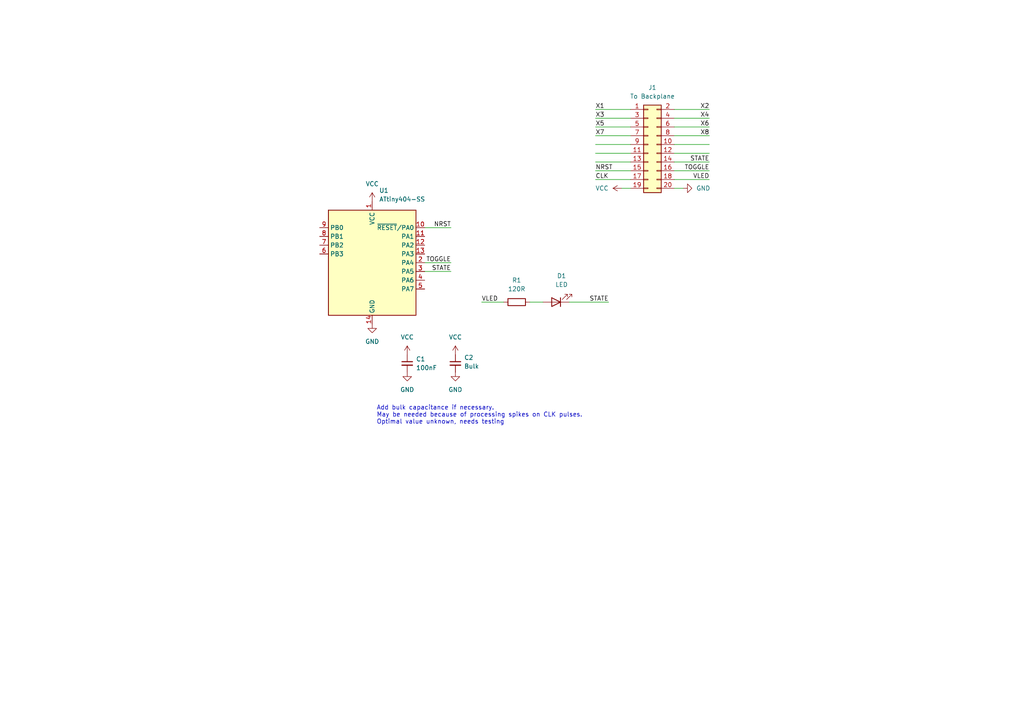
<source format=kicad_sch>
(kicad_sch (version 20211123) (generator eeschema)
  (paper "A4")
  (lib_symbols
    (symbol "Connector_Generic:Conn_02x10_Odd_Even" (pin_names (offset 1.016) hide)
      (property "Reference" "J" (at 1.27 12.7 0))
      (property "Value" "Conn_02x10_Odd_Even" (at 1.27 -15.24 0))
      (symbol "Conn_02x10_Odd_Even_1_1"
        (rectangle (start -1.27 -12.573) (end 0 -12.827) (stroke (width 0.1524)))
        (rectangle (start -1.27 -10.033) (end 0 -10.287) (stroke (width 0.1524)))
        (rectangle (start -1.27 -7.493) (end 0 -7.747) (stroke (width 0.1524)))
        (rectangle (start -1.27 -4.953) (end 0 -5.207) (stroke (width 0.1524)))
        (rectangle (start -1.27 -2.413) (end 0 -2.667) (stroke (width 0.1524)))
        (rectangle (start -1.27 0.127) (end 0 -0.127) (stroke (width 0.1524)))
        (rectangle (start -1.27 2.667) (end 0 2.413) (stroke (width 0.1524)))
        (rectangle (start -1.27 5.207) (end 0 4.953) (stroke (width 0.1524)))
        (rectangle (start -1.27 7.747) (end 0 7.493) (stroke (width 0.1524)))
        (rectangle (start -1.27 10.287) (end 0 10.033) (stroke (width 0.1524)))
        (rectangle (start -1.27 11.43) (end 3.81 -13.97) (stroke (width 0.254)) (fill (type background)))
        (rectangle (start 3.81 -12.573) (end 2.54 -12.827) (stroke (width 0.1524)))
        (rectangle (start 3.81 -10.033) (end 2.54 -10.287) (stroke (width 0.1524)))
        (rectangle (start 3.81 -7.493) (end 2.54 -7.747) (stroke (width 0.1524)))
        (rectangle (start 3.81 -4.953) (end 2.54 -5.207) (stroke (width 0.1524)))
        (rectangle (start 3.81 -2.413) (end 2.54 -2.667) (stroke (width 0.1524)))
        (rectangle (start 3.81 0.127) (end 2.54 -0.127) (stroke (width 0.1524)))
        (rectangle (start 3.81 2.667) (end 2.54 2.413) (stroke (width 0.1524)))
        (rectangle (start 3.81 5.207) (end 2.54 4.953) (stroke (width 0.1524)))
        (rectangle (start 3.81 7.747) (end 2.54 7.493) (stroke (width 0.1524)))
        (rectangle (start 3.81 10.287) (end 2.54 10.033) (stroke (width 0.1524)))
        (pin passive line (at -5.08 10.16 0) (length 3.81) (name "Pin_1") (number "1"))
        (pin passive line (at 7.62 0 180) (length 3.81) (name "Pin_10") (number "10"))
        (pin passive line (at -5.08 -2.54 0) (length 3.81) (name "Pin_11") (number "11"))
        (pin passive line (at 7.62 -2.54 180) (length 3.81) (name "Pin_12") (number "12"))
        (pin passive line (at -5.08 -5.08 0) (length 3.81) (name "Pin_13") (number "13"))
        (pin passive line (at 7.62 -5.08 180) (length 3.81) (name "Pin_14") (number "14"))
        (pin passive line (at -5.08 -7.62 0) (length 3.81) (name "Pin_15") (number "15"))
        (pin passive line (at 7.62 -7.62 180) (length 3.81) (name "Pin_16") (number "16"))
        (pin passive line (at -5.08 -10.16 0) (length 3.81) (name "Pin_17") (number "17"))
        (pin passive line (at 7.62 -10.16 180) (length 3.81) (name "Pin_18") (number "18"))
        (pin passive line (at -5.08 -12.7 0) (length 3.81) (name "Pin_19") (number "19"))
        (pin passive line (at 7.62 10.16 180) (length 3.81) (name "Pin_2") (number "2"))
        (pin passive line (at 7.62 -12.7 180) (length 3.81) (name "Pin_20") (number "20"))
        (pin passive line (at -5.08 7.62 0) (length 3.81) (name "Pin_3") (number "3"))
        (pin passive line (at 7.62 7.62 180) (length 3.81) (name "Pin_4") (number "4"))
        (pin passive line (at -5.08 5.08 0) (length 3.81) (name "Pin_5") (number "5"))
        (pin passive line (at 7.62 5.08 180) (length 3.81) (name "Pin_6") (number "6"))
        (pin passive line (at -5.08 2.54 0) (length 3.81) (name "Pin_7") (number "7"))
        (pin passive line (at 7.62 2.54 180) (length 3.81) (name "Pin_8") (number "8"))
        (pin passive line (at -5.08 0 0) (length 3.81) (name "Pin_9") (number "9"))
      )
    )
    (symbol "Device:C_Small" (pin_numbers hide) (pin_names (offset 0.254) hide)
      (property "Reference" "C" (at 0.254 1.778 0))
      (property "Value" "C_Small" (at 0.254 -2.032 0))
      (symbol "C_Small_0_1"
        (polyline (pts (xy -1.524 -0.508) (xy 1.524 -0.508)) (stroke (width 0.3302)))
        (polyline (pts (xy -1.524 0.508) (xy 1.524 0.508)) (stroke (width 0.3048)))
      )
      (symbol "C_Small_1_1"
        (pin passive line (at 0 2.54 270) (length 2.032) (name "~") (number "1"))
        (pin passive line (at 0 -2.54 90) (length 2.032) (name "~") (number "2"))
      )
    )
    (symbol "Device:LED" (pin_numbers hide) (pin_names (offset 1.016) hide)
      (property "Reference" "D" (at 0 2.54 0))
      (property "Value" "LED" (at 0 -2.54 0))
      (symbol "LED_0_1"
        (polyline (pts (xy -1.27 -1.27) (xy -1.27 1.27)) (stroke (width 0.254)))
        (polyline (pts (xy -1.27 0) (xy 1.27 0)))
        (polyline (pts (xy 1.27 -1.27) (xy 1.27 1.27) (xy -1.27 0) (xy 1.27 -1.27)) (stroke (width 0.254)))
        (polyline (pts (xy -3.048 -0.762) (xy -4.572 -2.286) (xy -3.81 -2.286) (xy -4.572 -2.286) (xy -4.572 -1.524)))
        (polyline (pts (xy -1.778 -0.762) (xy -3.302 -2.286) (xy -2.54 -2.286) (xy -3.302 -2.286) (xy -3.302 -1.524)))
      )
      (symbol "LED_1_1"
        (pin passive line (at -3.81 0 0) (length 2.54) (name "K") (number "1"))
        (pin passive line (at 3.81 0 180) (length 2.54) (name "A") (number "2"))
      )
    )
    (symbol "Device:R" (pin_numbers hide) (pin_names (offset 0))
      (property "Reference" "R" (at 2.032 0 90))
      (property "Value" "R" (at 0 0 90))
      (symbol "R_0_1"
        (rectangle (start -1.016 -2.54) (end 1.016 2.54) (stroke (width 0.254)))
      )
      (symbol "R_1_1"
        (pin passive line (at 0 3.81 270) (length 1.27) (name "~") (number "1"))
        (pin passive line (at 0 -3.81 90) (length 1.27) (name "~") (number "2"))
      )
    )
    (symbol "MCU_Microchip_ATtiny:ATtiny404-SS"
      (property "Reference" "U" (at -12.7 16.51 0))
      (property "Value" "ATtiny404-SS" (at 2.54 -16.51 0))
      (symbol "ATtiny404-SS_0_1"
        (rectangle (start -12.7 -15.24) (end 12.7 15.24) (stroke (width 0.254)) (fill (type background)))
      )
      (symbol "ATtiny404-SS_1_1"
        (pin power_in line (at 0 17.78 270) (length 2.54) (name "VCC") (number "1"))
        (pin bidirectional line (at 15.24 10.16 180) (length 2.54) (name "~{RESET}/PA0") (number "10"))
        (pin bidirectional line (at 15.24 7.62 180) (length 2.54) (name "PA1") (number "11"))
        (pin bidirectional line (at 15.24 5.08 180) (length 2.54) (name "PA2") (number "12"))
        (pin bidirectional line (at 15.24 2.54 180) (length 2.54) (name "PA3") (number "13"))
        (pin power_in line (at 0 -17.78 90) (length 2.54) (name "GND") (number "14"))
        (pin bidirectional line (at 15.24 0 180) (length 2.54) (name "PA4") (number "2"))
        (pin bidirectional line (at 15.24 -2.54 180) (length 2.54) (name "PA5") (number "3"))
        (pin bidirectional line (at 15.24 -5.08 180) (length 2.54) (name "PA6") (number "4"))
        (pin bidirectional line (at 15.24 -7.62 180) (length 2.54) (name "PA7") (number "5"))
        (pin bidirectional line (at -15.24 2.54 0) (length 2.54) (name "PB3") (number "6"))
        (pin bidirectional line (at -15.24 5.08 0) (length 2.54) (name "PB2") (number "7"))
        (pin bidirectional line (at -15.24 7.62 0) (length 2.54) (name "PB1") (number "8"))
        (pin bidirectional line (at -15.24 10.16 0) (length 2.54) (name "PB0") (number "9"))
      )
    )
    (symbol "power:GND" (power) (pin_names (offset 0))
      (property "Value" "GND" (at 0 -3.81 0))
      (symbol "GND_0_1"
        (polyline (pts (xy 0 0) (xy 0 -1.27) (xy 1.27 -1.27) (xy 0 -2.54) (xy -1.27 -1.27) (xy 0 -1.27)))
      )
      (symbol "GND_1_1"
        (pin power_in line (at 0 0 270) (length 0) hide (name "GND") (number "1"))
      )
    )
    (symbol "power:VCC" (power) (pin_names (offset 0))
      (property "Value" "VCC" (at 0 3.81 0))
      (symbol "VCC_0_1"
        (polyline (pts (xy -0.762 1.27) (xy 0 2.54)))
        (polyline (pts (xy 0 0) (xy 0 2.54)))
        (polyline (pts (xy 0 2.54) (xy 0.762 1.27)))
      )
      (symbol "VCC_1_1"
        (pin power_in line (at 0 0 90) (length 0) hide (name "VCC") (number "1"))
      )
    )
  )
  (wire (pts (xy 195.58 31.75) (xy 205.74 31.75)))
  (wire (pts (xy 172.72 41.91) (xy 182.88 41.91)))
  (wire (pts (xy 195.58 46.99) (xy 205.74 46.99)))
  (wire (pts (xy 172.72 39.37) (xy 182.88 39.37)))
  (wire (pts (xy 172.72 49.53) (xy 182.88 49.53)))
  (wire (pts (xy 172.72 36.83) (xy 182.88 36.83)))
  (wire (pts (xy 195.58 49.53) (xy 205.74 49.53)))
  (wire (pts (xy 172.72 31.75) (xy 182.88 31.75)))
  (wire (pts (xy 195.58 36.83) (xy 205.74 36.83)))
  (wire (pts (xy 123.19 76.2) (xy 130.81 76.2)))
  (wire (pts (xy 123.19 66.04) (xy 130.81 66.04)))
  (wire (pts (xy 165.1 87.63) (xy 176.53 87.63)))
  (wire (pts (xy 123.19 78.74) (xy 130.81 78.74)))
  (wire (pts (xy 153.67 87.63) (xy 157.48 87.63)))
  (wire (pts (xy 195.58 54.61) (xy 198.12 54.61)))
  (wire (pts (xy 172.72 34.29) (xy 182.88 34.29)))
  (wire (pts (xy 172.72 44.45) (xy 182.88 44.45)))
  (wire (pts (xy 195.58 52.07) (xy 205.74 52.07)))
  (wire (pts (xy 195.58 39.37) (xy 205.74 39.37)))
  (wire (pts (xy 172.72 52.07) (xy 182.88 52.07)))
  (wire (pts (xy 195.58 41.91) (xy 205.74 41.91)))
  (wire (pts (xy 195.58 44.45) (xy 205.74 44.45)))
  (wire (pts (xy 139.7 87.63) (xy 146.05 87.63)))
  (wire (pts (xy 172.72 46.99) (xy 182.88 46.99)))
  (wire (pts (xy 180.34 54.61) (xy 182.88 54.61)))
  (wire (pts (xy 195.58 34.29) (xy 205.74 34.29)))
  (text "Add bulk capacitance if necessary.\nMay be needed because of processing spikes on CLK pulses.\nOptimal value unknown, needs testing" (at 109.22 123.19 0) (effects (font (size 1.27 1.27)) (justify left bottom)))
  (label "CLK" (at 172.72 52.07 0))
  (label "STATE" (at 176.53 87.63 180))
  (label "STATE" (at 130.81 78.74 180))
  (label "TOGGLE" (at 205.74 49.53 180))
  (label "NRST" (at 130.81 66.04 180))
  (label "X4" (at 205.74 34.29 180))
  (label "X6" (at 205.74 36.83 180))
  (label "X1" (at 172.72 31.75 0))
  (label "X2" (at 205.74 31.75 180))
  (label "X7" (at 172.72 39.37 0))
  (label "X8" (at 205.74 39.37 180))
  (label "NRST" (at 172.72 49.53 0))
  (label "VLED" (at 139.7 87.63 0))
  (label "VLED" (at 205.74 52.07 180))
  (label "X3" (at 172.72 34.29 0))
  (label "TOGGLE" (at 130.81 76.2 180))
  (label "X5" (at 172.72 36.83 0))
  (label "STATE" (at 205.74 46.99 180))
  (symbol (lib_id "power:VCC") (at 180.34 54.61 90) (unit 1)
    (property "Reference" "#PWR0108" (effects hide))
    (property "Value" "VCC" (at 176.53 54.6099 90) (effects (justify left)))
  )
  (symbol (lib_id "Connector_Generic:Conn_02x10_Odd_Even") (at 187.96 41.91 0) (unit 1)
    (property "Reference" "J1" (at 189.23 25.4 0))
    (property "Value" "To Backplane" (at 189.23 27.94 0))
    (property "Footprint" "agausmann:Molex_SlimStack_216701-0209_02x10_P0.35mm_Vertical" (effects hide))
  )
  (symbol (lib_id "Device:LED") (at 161.29 87.63 180) (unit 1)
    (property "Reference" "D1" (at 162.8775 80.01 0))
    (property "Value" "LED" (at 162.8775 82.55 0))
    (property "Footprint" "LED_SMD:LED_0603_1608Metric_Pad1.05x0.95mm_HandSolder" (effects hide))
    (property "Datasheet" "https://media.digikey.com/pdf/Data%20Sheets/Harvatek%20PDFs/B1911UD--20D001014U1930.pdf" (effects hide))
    (property "DigiKey" "3147-B1911UYG-20D000114U1930CT-ND" (effects hide))
    (property "Mfr" "Harvatek" (effects hide))
    (property "P/N" "B1911UYG-20D000114U1930" (effects hide))
  )
  (symbol (lib_id "power:VCC") (at 107.95 58.42 0) (unit 1)
    (property "Reference" "#PWR0106" (effects hide))
    (property "Value" "VCC" (at 107.95 53.34 0))
  )
  (symbol (lib_id "power:VCC") (at 118.11 102.87 0) (unit 1)
    (property "Reference" "#PWR0104" (effects hide))
    (property "Value" "VCC" (at 118.11 97.79 0))
  )
  (symbol (lib_id "Device:C_Small") (at 118.11 105.41 0) (unit 1)
    (property "Reference" "C1" (at 120.65 104.1462 0) (effects (justify left)))
    (property "Value" "100nF" (at 120.65 106.6862 0) (effects (justify left)))
    (property "Footprint" "Capacitor_SMD:C_0603_1608Metric_Pad1.08x0.95mm_HandSolder" (effects hide))
    (property "DigiKey" "2997-MA0603XR104M160TR-ND" (effects hide))
    (property "Mfr" "Meritek" (effects hide))
    (property "P/N" "MA0603XR104M160" (effects hide))
  )
  (symbol (lib_id "power:GND") (at 198.12 54.61 90) (unit 1)
    (property "Reference" "#PWR0107" (effects hide))
    (property "Value" "GND" (at 201.93 54.6099 90) (effects (justify right)))
  )
  (symbol (lib_id "power:GND") (at 107.95 93.98 0) (unit 1)
    (property "Reference" "#PWR0102" (effects hide))
    (property "Value" "GND" (at 107.95 99.06 0))
  )
  (symbol (lib_id "power:GND") (at 118.11 107.95 0) (unit 1)
    (property "Reference" "#PWR0101" (effects hide))
    (property "Value" "GND" (at 118.11 113.03 0))
  )
  (symbol (lib_id "power:VCC") (at 132.08 102.87 0) (unit 1)
    (property "Reference" "#PWR0103" (effects hide))
    (property "Value" "VCC" (at 132.08 97.79 0))
  )
  (symbol (lib_id "power:GND") (at 132.08 107.95 0) (unit 1)
    (property "Reference" "#PWR0105" (effects hide))
    (property "Value" "GND" (at 132.08 113.03 0))
  )
  (symbol (lib_id "Device:R") (at 149.86 87.63 90) (unit 1)
    (property "Reference" "R1" (at 149.86 81.28 90))
    (property "Value" "120R" (at 149.86 83.82 90))
    (property "Footprint" "Resistor_SMD:R_0603_1608Metric_Pad0.98x0.95mm_HandSolder" (effects hide))
    (property "DigiKey" "2571-RM06F1200CTTR-ND" (effects hide))
    (property "Mfr" "Cal-Chip" (effects hide))
    (property "P/N" "RM06F1200CT" (effects hide))
  )
  (symbol (lib_id "Device:C_Small") (at 132.08 105.41 0) (unit 1)
    (property "Reference" "C2" (at 134.62 103.7081 0) (effects (justify left)))
    (property "Value" "Bulk" (at 134.62 106.2481 0) (effects (justify left)))
    (property "Footprint" "Capacitor_SMD:C_0603_1608Metric_Pad1.08x0.95mm_HandSolder" (effects hide))
  )
  (symbol (lib_id "MCU_Microchip_ATtiny:ATtiny404-SS") (at 107.95 76.2 0) (unit 1)
    (property "Reference" "U1" (at 109.9694 55.245 0) (effects (justify left)))
    (property "Value" "ATtiny404-SS" (at 109.9694 57.785 0) (effects (justify left)))
    (property "Footprint" "Package_SO:SOIC-14_3.9x8.7mm_P1.27mm" (effects hide))
    (property "Datasheet" "http://ww1.microchip.com/downloads/en/DeviceDoc/50002687A.pdf" (effects hide))
    (property "DigiKey" "ATTINY404-SSN-ND" (effects hide))
    (property "Mfr" "Microchip" (effects hide))
    (property "P/N" "ATTINY404-SSN" (effects hide))
  )
)
</source>
